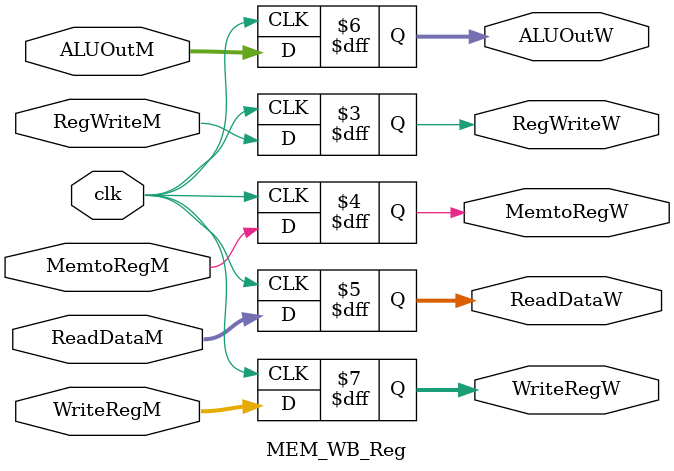
<source format=v>
`timescale 1ns / 1ps


module MEM_WB_Reg(
    input clk,
    input RegWriteM,
    input MemtoRegM,
    input [31:0] ReadDataM,  //
    input [31:0] ALUOutM,
    input [4:0] WriteRegM,
    output reg RegWriteW,
    output reg MemtoRegW,
    output reg [31:0] ReadDataW, //
    output reg [31:0] ALUOutW,
    output reg [4:0] WriteRegW
    );
    
    initial begin
        RegWriteW = 0;
        MemtoRegW = 0;
        ReadDataW = 32'b0; //
        ALUOutW = 32'b0;
        WriteRegW = 5'b0;
    end
    
    always@(posedge clk)begin
        RegWriteW <= RegWriteM;
        MemtoRegW <= MemtoRegM;
        ReadDataW <= ReadDataM; //
        ALUOutW <= ALUOutM;
        WriteRegW <= WriteRegM;
    end
endmodule

</source>
